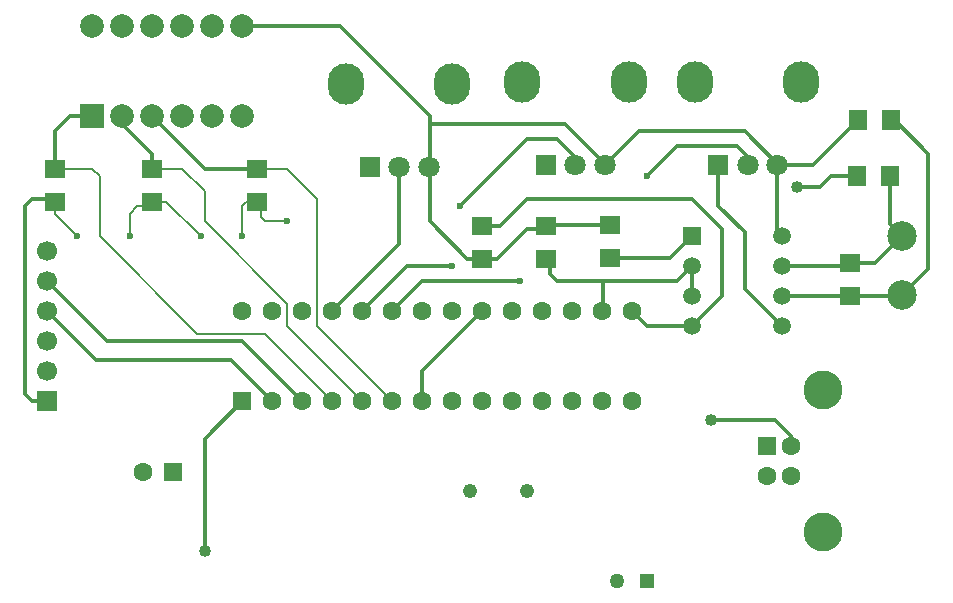
<source format=gbl>
G04 DipTrace 2.4.0.2*
%INÍèæíèé.gbl*%
%MOIN*%
%ADD13C,0.013*%
%ADD14C,0.0059*%
%ADD15R,0.063X0.0709*%
%ADD16R,0.0709X0.063*%
%ADD17R,0.063X0.063*%
%ADD18C,0.063*%
%ADD19C,0.05*%
%ADD20R,0.05X0.05*%
%ADD21R,0.0669X0.0669*%
%ADD22C,0.0669*%
%ADD23C,0.063*%
%ADD24C,0.1299*%
%ADD25R,0.0709X0.0709*%
%ADD26O,0.122X0.1378*%
%ADD27C,0.0709*%
%ADD28C,0.0236*%
%ADD30R,0.0787X0.0787*%
%ADD31C,0.0787*%
%ADD32R,0.0591X0.0591*%
%ADD33C,0.0591*%
%ADD34C,0.0984*%
%ADD35C,0.048*%
%ADD36C,0.04*%
%FSLAX44Y44*%
G04*
G70*
G90*
G75*
G01*
%LNBottom*%
%LPD*%
X28812Y20312D2*
D13*
Y18937D1*
X29687Y18062D1*
Y16187D1*
X30937Y14937D1*
X33437Y19937D2*
X32562D1*
X32187Y19562D1*
X31437D1*
X31224Y10937D2*
Y11275D1*
X30687Y11812D1*
X28562D1*
X6437Y12437D2*
X5937D1*
X5687Y12687D1*
Y18937D1*
X5937Y19187D1*
X6585D1*
X6687Y19085D1*
D14*
Y18687D1*
X7437Y17937D1*
X9187D2*
Y18687D1*
X9437Y18937D1*
X9789D1*
X9937Y19085D1*
X10414D1*
X11562Y17937D1*
X12937D2*
Y18937D1*
X13062Y19062D1*
X13414D1*
X13437Y19085D1*
X14437Y18437D2*
X13687D1*
X13562Y18562D1*
Y18960D1*
X13437Y19085D1*
X25187Y18312D2*
D13*
X23085D1*
X23062Y18289D1*
X20937Y17187D2*
X21437D1*
X22437Y18187D1*
X22960D1*
X23062Y18289D1*
X30780Y20312D2*
X31960D1*
X33460Y21812D1*
X30780Y20312D2*
Y18094D1*
X30937Y17937D1*
X20937Y17187D2*
X20437D1*
X19187Y18437D1*
Y20218D1*
X19156Y20250D1*
X12937Y24937D2*
X16187D1*
X19187Y21937D1*
Y21687D1*
Y20281D1*
X19156Y20250D1*
X25031Y20312D2*
Y20343D1*
X23687Y21687D1*
X19187D1*
X30780Y20312D2*
Y20344D1*
X29687Y21437D1*
X26156D1*
X25031Y20312D1*
X18937Y12437D2*
Y13437D1*
X20937Y15437D1*
X7937Y21937D2*
X7187D1*
X6687Y21437D1*
Y20187D1*
D14*
X7937D1*
X8187Y19937D1*
Y17937D1*
X11437Y14687D1*
X13687D1*
X15937Y12437D1*
X8937Y21937D2*
D13*
Y21687D1*
X9937Y20687D1*
Y20187D1*
D14*
X10937D1*
X11687Y19437D1*
Y18437D1*
X14437Y15687D1*
Y14937D1*
X16937Y12437D1*
X13437Y20187D2*
D13*
X11687D1*
X9937Y21937D1*
X13437Y20187D2*
D14*
X14437D1*
X15437Y19187D1*
Y14937D1*
X17937Y12437D1*
X30937Y16937D2*
D13*
X33085D1*
X33187Y17039D1*
X34039D1*
X34937Y17937D1*
X34539Y19937D2*
Y18335D1*
X34937Y17937D1*
X30937Y15937D2*
X33187D1*
X34906D1*
X34937Y15969D1*
X34562Y21812D2*
X34687D1*
X35812Y20687D1*
Y16844D1*
X34937Y15969D1*
X27937Y16937D2*
Y15937D1*
Y16937D2*
X27437Y16437D1*
X24969D1*
X23437D1*
X23187Y16687D1*
Y17062D1*
X23062Y17187D1*
X24969Y16437D2*
Y15469D1*
X24937Y15437D1*
X27937Y14937D2*
X26437D1*
X25937Y15437D1*
X20937Y18289D2*
X21539D1*
X22437Y19187D1*
X27937D1*
X28937Y18187D1*
Y15937D1*
X27937Y14937D1*
X29796Y20312D2*
Y20578D1*
X29437Y20937D1*
X27437D1*
X26437Y19937D1*
X22187Y16437D2*
X18937D1*
X17937Y15437D1*
X24046Y20312D2*
Y20578D1*
X23437Y21187D1*
X22437D1*
X20187Y18937D1*
X19937Y16937D2*
X18437D1*
X16937Y15437D1*
X18171Y20250D2*
Y17671D1*
X15937Y15437D1*
X11687Y7437D2*
Y11187D1*
X12937Y12437D1*
X25187Y17209D2*
X27209D1*
X27937Y17937D1*
X13937Y12437D2*
X12562Y13812D1*
X8062D1*
X6437Y15437D1*
X14937Y12437D2*
X12937Y14437D1*
X8437D1*
X6437Y16437D1*
D36*
X31437Y19562D3*
X28562Y11812D3*
D28*
X7437Y17937D3*
X9187D3*
X11562D3*
X12937D3*
X14437Y18437D3*
X26437Y19937D3*
X22187Y16437D3*
X20187Y18937D3*
X19937Y16937D3*
D36*
X11687Y7437D3*
D17*
X10624Y10062D3*
D18*
X9624D3*
D19*
X25437Y6437D3*
D20*
X26437D3*
D21*
X6437Y12437D3*
D22*
Y13437D3*
Y14437D3*
Y15437D3*
Y16437D3*
Y17437D3*
D17*
X30437Y10937D3*
D23*
Y9953D3*
X31224D3*
Y10937D3*
D24*
X32291Y8075D3*
Y12815D3*
D25*
X17187Y20250D3*
D26*
X16400Y23006D3*
D27*
X18171Y20250D3*
D26*
X19943Y23006D3*
D27*
X19156Y20250D3*
D25*
X23062Y20312D3*
D26*
X22275Y23068D3*
D27*
X24046Y20312D3*
D26*
X25818Y23068D3*
D27*
X25031Y20312D3*
D25*
X28812D3*
D26*
X28024Y23068D3*
D27*
X29796Y20312D3*
D26*
X31568Y23068D3*
D27*
X30780Y20312D3*
D16*
X13437Y19085D3*
Y20187D3*
X9937Y19085D3*
Y20187D3*
X6687Y19085D3*
Y20187D3*
D15*
X33437Y19937D3*
X34539D3*
X34562Y21812D3*
X33460D3*
D16*
X33187Y17039D3*
Y15937D3*
X23062Y17187D3*
Y18289D3*
X20937D3*
Y17187D3*
X25187Y17209D3*
Y18312D3*
D30*
X7937Y21937D3*
D31*
X8937D3*
X9937D3*
X10937D3*
X11937D3*
X12937D3*
Y24937D3*
X11937D3*
X10937D3*
X9937D3*
X8937D3*
X7937D3*
D17*
X12937Y12437D3*
D18*
X13937D3*
X14937D3*
X15937D3*
X16937D3*
X17937D3*
X18937D3*
X19937D3*
X20937D3*
X21937D3*
X22937D3*
X23937D3*
X24937D3*
X25937D3*
Y15437D3*
X24937D3*
X23937D3*
X22937D3*
X21937D3*
X20937D3*
X19937D3*
X18937D3*
X17937D3*
X16937D3*
X15937D3*
X14937D3*
X13937D3*
X12937D3*
D32*
X27937Y17937D3*
D33*
Y16937D3*
Y15937D3*
Y14937D3*
X30937D3*
Y15937D3*
Y16937D3*
Y17937D3*
D34*
X34937D3*
Y15969D3*
D35*
X22437Y9437D3*
X20537D3*
M02*

</source>
